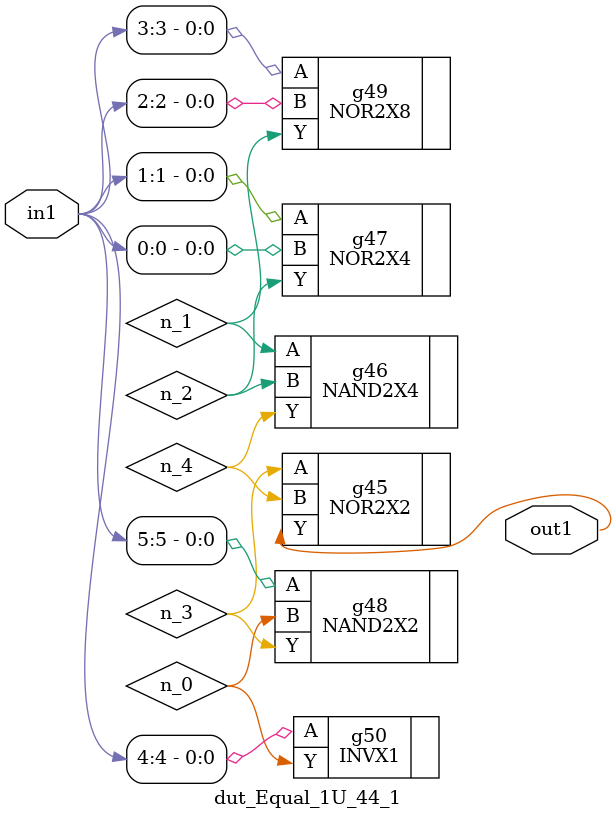
<source format=v>
`timescale 1ps / 1ps


module dut_Equal_1U_44_1(in1, out1);
  input [5:0] in1;
  output out1;
  wire [5:0] in1;
  wire out1;
  wire n_0, n_1, n_2, n_3, n_4;
  NOR2X2 g45(.A (n_3), .B (n_4), .Y (out1));
  NAND2X4 g46(.A (n_1), .B (n_2), .Y (n_4));
  NAND2X2 g48(.A (in1[5]), .B (n_0), .Y (n_3));
  NOR2X4 g47(.A (in1[1]), .B (in1[0]), .Y (n_2));
  NOR2X8 g49(.A (in1[3]), .B (in1[2]), .Y (n_1));
  INVX1 g50(.A (in1[4]), .Y (n_0));
endmodule



</source>
